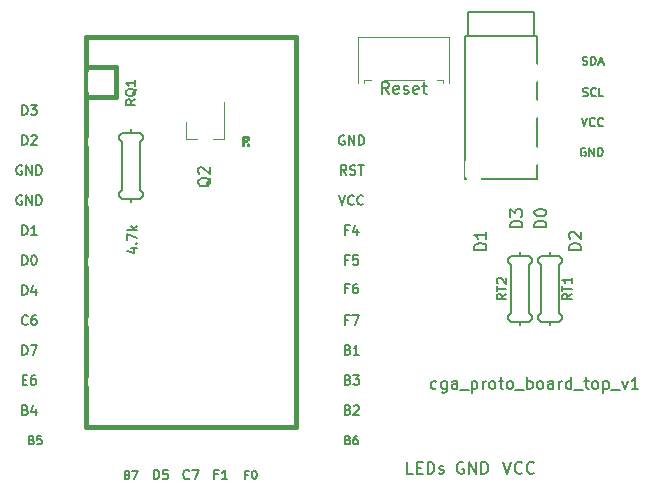
<source format=gto>
G04 #@! TF.GenerationSoftware,KiCad,Pcbnew,(5.1.9)-1*
G04 #@! TF.CreationDate,2021-05-27T00:57:22-06:00*
G04 #@! TF.ProjectId,cga_proto_boards_top,6367615f-7072-46f7-946f-5f626f617264,rev?*
G04 #@! TF.SameCoordinates,Original*
G04 #@! TF.FileFunction,Legend,Top*
G04 #@! TF.FilePolarity,Positive*
%FSLAX46Y46*%
G04 Gerber Fmt 4.6, Leading zero omitted, Abs format (unit mm)*
G04 Created by KiCad (PCBNEW (5.1.9)-1) date 2021-05-27 00:57:22*
%MOMM*%
%LPD*%
G01*
G04 APERTURE LIST*
%ADD10C,0.150000*%
%ADD11C,0.120000*%
%ADD12C,0.381000*%
%ADD13C,0.200000*%
%ADD14C,1.600000*%
%ADD15R,1.200000X1.500000*%
%ADD16C,1.200000*%
%ADD17C,2.100000*%
%ADD18C,1.750000*%
%ADD19O,1.600000X2.200000*%
%ADD20C,1.500000*%
%ADD21C,0.700000*%
%ADD22C,4.400000*%
%ADD23C,0.402000*%
%ADD24C,1.752600*%
%ADD25R,0.800000X1.900000*%
%ADD26R,1.752600X1.752600*%
%ADD27O,1.700000X1.700000*%
%ADD28C,1.700000*%
%ADD29R,1.700000X1.700000*%
G04 APERTURE END LIST*
D10*
X54682476Y-81557761D02*
X54587238Y-81605380D01*
X54396761Y-81605380D01*
X54301523Y-81557761D01*
X54253904Y-81510142D01*
X54206285Y-81414904D01*
X54206285Y-81129190D01*
X54253904Y-81033952D01*
X54301523Y-80986333D01*
X54396761Y-80938714D01*
X54587238Y-80938714D01*
X54682476Y-80986333D01*
X55539619Y-80938714D02*
X55539619Y-81748238D01*
X55492000Y-81843476D01*
X55444380Y-81891095D01*
X55349142Y-81938714D01*
X55206285Y-81938714D01*
X55111047Y-81891095D01*
X55539619Y-81557761D02*
X55444380Y-81605380D01*
X55253904Y-81605380D01*
X55158666Y-81557761D01*
X55111047Y-81510142D01*
X55063428Y-81414904D01*
X55063428Y-81129190D01*
X55111047Y-81033952D01*
X55158666Y-80986333D01*
X55253904Y-80938714D01*
X55444380Y-80938714D01*
X55539619Y-80986333D01*
X56444380Y-81605380D02*
X56444380Y-81081571D01*
X56396761Y-80986333D01*
X56301523Y-80938714D01*
X56111047Y-80938714D01*
X56015809Y-80986333D01*
X56444380Y-81557761D02*
X56349142Y-81605380D01*
X56111047Y-81605380D01*
X56015809Y-81557761D01*
X55968190Y-81462523D01*
X55968190Y-81367285D01*
X56015809Y-81272047D01*
X56111047Y-81224428D01*
X56349142Y-81224428D01*
X56444380Y-81176809D01*
X56682476Y-81700619D02*
X57444380Y-81700619D01*
X57682476Y-80938714D02*
X57682476Y-81938714D01*
X57682476Y-80986333D02*
X57777714Y-80938714D01*
X57968190Y-80938714D01*
X58063428Y-80986333D01*
X58111047Y-81033952D01*
X58158666Y-81129190D01*
X58158666Y-81414904D01*
X58111047Y-81510142D01*
X58063428Y-81557761D01*
X57968190Y-81605380D01*
X57777714Y-81605380D01*
X57682476Y-81557761D01*
X58587238Y-81605380D02*
X58587238Y-80938714D01*
X58587238Y-81129190D02*
X58634857Y-81033952D01*
X58682476Y-80986333D01*
X58777714Y-80938714D01*
X58872952Y-80938714D01*
X59349142Y-81605380D02*
X59253904Y-81557761D01*
X59206285Y-81510142D01*
X59158666Y-81414904D01*
X59158666Y-81129190D01*
X59206285Y-81033952D01*
X59253904Y-80986333D01*
X59349142Y-80938714D01*
X59492000Y-80938714D01*
X59587238Y-80986333D01*
X59634857Y-81033952D01*
X59682476Y-81129190D01*
X59682476Y-81414904D01*
X59634857Y-81510142D01*
X59587238Y-81557761D01*
X59492000Y-81605380D01*
X59349142Y-81605380D01*
X59968190Y-80938714D02*
X60349142Y-80938714D01*
X60111047Y-80605380D02*
X60111047Y-81462523D01*
X60158666Y-81557761D01*
X60253904Y-81605380D01*
X60349142Y-81605380D01*
X60825333Y-81605380D02*
X60730095Y-81557761D01*
X60682476Y-81510142D01*
X60634857Y-81414904D01*
X60634857Y-81129190D01*
X60682476Y-81033952D01*
X60730095Y-80986333D01*
X60825333Y-80938714D01*
X60968190Y-80938714D01*
X61063428Y-80986333D01*
X61111047Y-81033952D01*
X61158666Y-81129190D01*
X61158666Y-81414904D01*
X61111047Y-81510142D01*
X61063428Y-81557761D01*
X60968190Y-81605380D01*
X60825333Y-81605380D01*
X61349142Y-81700619D02*
X62111047Y-81700619D01*
X62349142Y-81605380D02*
X62349142Y-80605380D01*
X62349142Y-80986333D02*
X62444380Y-80938714D01*
X62634857Y-80938714D01*
X62730095Y-80986333D01*
X62777714Y-81033952D01*
X62825333Y-81129190D01*
X62825333Y-81414904D01*
X62777714Y-81510142D01*
X62730095Y-81557761D01*
X62634857Y-81605380D01*
X62444380Y-81605380D01*
X62349142Y-81557761D01*
X63396761Y-81605380D02*
X63301523Y-81557761D01*
X63253904Y-81510142D01*
X63206285Y-81414904D01*
X63206285Y-81129190D01*
X63253904Y-81033952D01*
X63301523Y-80986333D01*
X63396761Y-80938714D01*
X63539619Y-80938714D01*
X63634857Y-80986333D01*
X63682476Y-81033952D01*
X63730095Y-81129190D01*
X63730095Y-81414904D01*
X63682476Y-81510142D01*
X63634857Y-81557761D01*
X63539619Y-81605380D01*
X63396761Y-81605380D01*
X64587238Y-81605380D02*
X64587238Y-81081571D01*
X64539619Y-80986333D01*
X64444380Y-80938714D01*
X64253904Y-80938714D01*
X64158666Y-80986333D01*
X64587238Y-81557761D02*
X64492000Y-81605380D01*
X64253904Y-81605380D01*
X64158666Y-81557761D01*
X64111047Y-81462523D01*
X64111047Y-81367285D01*
X64158666Y-81272047D01*
X64253904Y-81224428D01*
X64492000Y-81224428D01*
X64587238Y-81176809D01*
X65063428Y-81605380D02*
X65063428Y-80938714D01*
X65063428Y-81129190D02*
X65111047Y-81033952D01*
X65158666Y-80986333D01*
X65253904Y-80938714D01*
X65349142Y-80938714D01*
X66111047Y-81605380D02*
X66111047Y-80605380D01*
X66111047Y-81557761D02*
X66015809Y-81605380D01*
X65825333Y-81605380D01*
X65730095Y-81557761D01*
X65682476Y-81510142D01*
X65634857Y-81414904D01*
X65634857Y-81129190D01*
X65682476Y-81033952D01*
X65730095Y-80986333D01*
X65825333Y-80938714D01*
X66015809Y-80938714D01*
X66111047Y-80986333D01*
X66349142Y-81700619D02*
X67111047Y-81700619D01*
X67206285Y-80938714D02*
X67587238Y-80938714D01*
X67349142Y-80605380D02*
X67349142Y-81462523D01*
X67396761Y-81557761D01*
X67492000Y-81605380D01*
X67587238Y-81605380D01*
X68063428Y-81605380D02*
X67968190Y-81557761D01*
X67920571Y-81510142D01*
X67872952Y-81414904D01*
X67872952Y-81129190D01*
X67920571Y-81033952D01*
X67968190Y-80986333D01*
X68063428Y-80938714D01*
X68206285Y-80938714D01*
X68301523Y-80986333D01*
X68349142Y-81033952D01*
X68396761Y-81129190D01*
X68396761Y-81414904D01*
X68349142Y-81510142D01*
X68301523Y-81557761D01*
X68206285Y-81605380D01*
X68063428Y-81605380D01*
X68825333Y-80938714D02*
X68825333Y-81938714D01*
X68825333Y-80986333D02*
X68920571Y-80938714D01*
X69111047Y-80938714D01*
X69206285Y-80986333D01*
X69253904Y-81033952D01*
X69301523Y-81129190D01*
X69301523Y-81414904D01*
X69253904Y-81510142D01*
X69206285Y-81557761D01*
X69111047Y-81605380D01*
X68920571Y-81605380D01*
X68825333Y-81557761D01*
X69492000Y-81700619D02*
X70253904Y-81700619D01*
X70396761Y-80938714D02*
X70634857Y-81605380D01*
X70872952Y-80938714D01*
X71777714Y-81605380D02*
X71206285Y-81605380D01*
X71492000Y-81605380D02*
X71492000Y-80605380D01*
X71396761Y-80748238D01*
X71301523Y-80843476D01*
X71206285Y-80891095D01*
X63984130Y-67921095D02*
X62984130Y-67921095D01*
X62984130Y-67683000D01*
X63031750Y-67540142D01*
X63126988Y-67444904D01*
X63222226Y-67397285D01*
X63412702Y-67349666D01*
X63555559Y-67349666D01*
X63746035Y-67397285D01*
X63841273Y-67444904D01*
X63936511Y-67540142D01*
X63984130Y-67683000D01*
X63984130Y-67921095D01*
X62984130Y-66730619D02*
X62984130Y-66635380D01*
X63031750Y-66540142D01*
X63079369Y-66492523D01*
X63174607Y-66444904D01*
X63365083Y-66397285D01*
X63603178Y-66397285D01*
X63793654Y-66444904D01*
X63888892Y-66492523D01*
X63936511Y-66540142D01*
X63984130Y-66635380D01*
X63984130Y-66730619D01*
X63936511Y-66825857D01*
X63888892Y-66873476D01*
X63793654Y-66921095D01*
X63603178Y-66968714D01*
X63365083Y-66968714D01*
X63174607Y-66921095D01*
X63079369Y-66873476D01*
X63031750Y-66825857D01*
X62984130Y-66730619D01*
X66905130Y-69826095D02*
X65905130Y-69826095D01*
X65905130Y-69588000D01*
X65952750Y-69445142D01*
X66047988Y-69349904D01*
X66143226Y-69302285D01*
X66333702Y-69254666D01*
X66476559Y-69254666D01*
X66667035Y-69302285D01*
X66762273Y-69349904D01*
X66857511Y-69445142D01*
X66905130Y-69588000D01*
X66905130Y-69826095D01*
X66000369Y-68873714D02*
X65952750Y-68826095D01*
X65905130Y-68730857D01*
X65905130Y-68492761D01*
X65952750Y-68397523D01*
X66000369Y-68349904D01*
X66095607Y-68302285D01*
X66190845Y-68302285D01*
X66333702Y-68349904D01*
X66905130Y-68921333D01*
X66905130Y-68302285D01*
X61952130Y-67921095D02*
X60952130Y-67921095D01*
X60952130Y-67683000D01*
X60999750Y-67540142D01*
X61094988Y-67444904D01*
X61190226Y-67397285D01*
X61380702Y-67349666D01*
X61523559Y-67349666D01*
X61714035Y-67397285D01*
X61809273Y-67444904D01*
X61904511Y-67540142D01*
X61952130Y-67683000D01*
X61952130Y-67921095D01*
X60952130Y-67016333D02*
X60952130Y-66397285D01*
X61333083Y-66730619D01*
X61333083Y-66587761D01*
X61380702Y-66492523D01*
X61428321Y-66444904D01*
X61523559Y-66397285D01*
X61761654Y-66397285D01*
X61856892Y-66444904D01*
X61904511Y-66492523D01*
X61952130Y-66587761D01*
X61952130Y-66873476D01*
X61904511Y-66968714D01*
X61856892Y-67016333D01*
X58904130Y-69826095D02*
X57904130Y-69826095D01*
X57904130Y-69588000D01*
X57951750Y-69445142D01*
X58046988Y-69349904D01*
X58142226Y-69302285D01*
X58332702Y-69254666D01*
X58475559Y-69254666D01*
X58666035Y-69302285D01*
X58761273Y-69349904D01*
X58856511Y-69445142D01*
X58904130Y-69588000D01*
X58904130Y-69826095D01*
X58904130Y-68302285D02*
X58904130Y-68873714D01*
X58904130Y-68588000D02*
X57904130Y-68588000D01*
X58046988Y-68683238D01*
X58142226Y-68778476D01*
X58189845Y-68873714D01*
X67063250Y-54131333D02*
X67163250Y-54164666D01*
X67329916Y-54164666D01*
X67396583Y-54131333D01*
X67429916Y-54098000D01*
X67463250Y-54031333D01*
X67463250Y-53964666D01*
X67429916Y-53898000D01*
X67396583Y-53864666D01*
X67329916Y-53831333D01*
X67196583Y-53798000D01*
X67129916Y-53764666D01*
X67096583Y-53731333D01*
X67063250Y-53664666D01*
X67063250Y-53598000D01*
X67096583Y-53531333D01*
X67129916Y-53498000D01*
X67196583Y-53464666D01*
X67363250Y-53464666D01*
X67463250Y-53498000D01*
X67763250Y-54164666D02*
X67763250Y-53464666D01*
X67929916Y-53464666D01*
X68029916Y-53498000D01*
X68096583Y-53564666D01*
X68129916Y-53631333D01*
X68163250Y-53764666D01*
X68163250Y-53864666D01*
X68129916Y-53998000D01*
X68096583Y-54064666D01*
X68029916Y-54131333D01*
X67929916Y-54164666D01*
X67763250Y-54164666D01*
X68429916Y-53964666D02*
X68763250Y-53964666D01*
X68363250Y-54164666D02*
X68596583Y-53464666D01*
X68829916Y-54164666D01*
X67079916Y-56798333D02*
X67179916Y-56831666D01*
X67346583Y-56831666D01*
X67413250Y-56798333D01*
X67446583Y-56765000D01*
X67479916Y-56698333D01*
X67479916Y-56631666D01*
X67446583Y-56565000D01*
X67413250Y-56531666D01*
X67346583Y-56498333D01*
X67213250Y-56465000D01*
X67146583Y-56431666D01*
X67113250Y-56398333D01*
X67079916Y-56331666D01*
X67079916Y-56265000D01*
X67113250Y-56198333D01*
X67146583Y-56165000D01*
X67213250Y-56131666D01*
X67379916Y-56131666D01*
X67479916Y-56165000D01*
X68179916Y-56765000D02*
X68146583Y-56798333D01*
X68046583Y-56831666D01*
X67979916Y-56831666D01*
X67879916Y-56798333D01*
X67813250Y-56731666D01*
X67779916Y-56665000D01*
X67746583Y-56531666D01*
X67746583Y-56431666D01*
X67779916Y-56298333D01*
X67813250Y-56231666D01*
X67879916Y-56165000D01*
X67979916Y-56131666D01*
X68046583Y-56131666D01*
X68146583Y-56165000D01*
X68179916Y-56198333D01*
X68813250Y-56831666D02*
X68479916Y-56831666D01*
X68479916Y-56131666D01*
X66979916Y-58671666D02*
X67213250Y-59371666D01*
X67446583Y-58671666D01*
X68079916Y-59305000D02*
X68046583Y-59338333D01*
X67946583Y-59371666D01*
X67879916Y-59371666D01*
X67779916Y-59338333D01*
X67713250Y-59271666D01*
X67679916Y-59205000D01*
X67646583Y-59071666D01*
X67646583Y-58971666D01*
X67679916Y-58838333D01*
X67713250Y-58771666D01*
X67779916Y-58705000D01*
X67879916Y-58671666D01*
X67946583Y-58671666D01*
X68046583Y-58705000D01*
X68079916Y-58738333D01*
X68779916Y-59305000D02*
X68746583Y-59338333D01*
X68646583Y-59371666D01*
X68579916Y-59371666D01*
X68479916Y-59338333D01*
X68413250Y-59271666D01*
X68379916Y-59205000D01*
X68346583Y-59071666D01*
X68346583Y-58971666D01*
X68379916Y-58838333D01*
X68413250Y-58771666D01*
X68479916Y-58705000D01*
X68579916Y-58671666D01*
X68646583Y-58671666D01*
X68746583Y-58705000D01*
X68779916Y-58738333D01*
X67284666Y-61213250D02*
X67218000Y-61179916D01*
X67118000Y-61179916D01*
X67018000Y-61213250D01*
X66951333Y-61279916D01*
X66918000Y-61346583D01*
X66884666Y-61479916D01*
X66884666Y-61579916D01*
X66918000Y-61713250D01*
X66951333Y-61779916D01*
X67018000Y-61846583D01*
X67118000Y-61879916D01*
X67184666Y-61879916D01*
X67284666Y-61846583D01*
X67318000Y-61813250D01*
X67318000Y-61579916D01*
X67184666Y-61579916D01*
X67618000Y-61879916D02*
X67618000Y-61179916D01*
X68018000Y-61879916D01*
X68018000Y-61179916D01*
X68351333Y-61879916D02*
X68351333Y-61179916D01*
X68518000Y-61179916D01*
X68618000Y-61213250D01*
X68684666Y-61279916D01*
X68718000Y-61346583D01*
X68751333Y-61479916D01*
X68751333Y-61579916D01*
X68718000Y-61713250D01*
X68684666Y-61779916D01*
X68618000Y-61846583D01*
X68518000Y-61879916D01*
X68351333Y-61879916D01*
G04 #@! TO.C,RT2*
X61722000Y-75946000D02*
X61722000Y-76454000D01*
X61722000Y-69850000D02*
X61722000Y-70358000D01*
X60960000Y-70358000D02*
X62484000Y-70358000D01*
X60706000Y-70612000D02*
X60960000Y-70358000D01*
X60706000Y-70866000D02*
X60706000Y-70612000D01*
X60960000Y-71120000D02*
X60706000Y-70866000D01*
X60960000Y-75184000D02*
X60960000Y-71120000D01*
X60706000Y-75438000D02*
X60960000Y-75184000D01*
X60706000Y-75692000D02*
X60706000Y-75438000D01*
X60960000Y-75946000D02*
X60706000Y-75692000D01*
X62484000Y-75946000D02*
X60960000Y-75946000D01*
X62738000Y-75692000D02*
X62484000Y-75946000D01*
X62738000Y-75438000D02*
X62738000Y-75692000D01*
X62484000Y-75184000D02*
X62738000Y-75438000D01*
X62484000Y-71120000D02*
X62484000Y-75184000D01*
X62738000Y-70866000D02*
X62484000Y-71120000D01*
X62738000Y-70612000D02*
X62738000Y-70866000D01*
X62484000Y-70358000D02*
X62738000Y-70612000D01*
G04 #@! TO.C,RT1*
X64293750Y-75946000D02*
X64293750Y-76454000D01*
X64293750Y-69850000D02*
X64293750Y-70358000D01*
X63531750Y-70358000D02*
X65055750Y-70358000D01*
X63277750Y-70612000D02*
X63531750Y-70358000D01*
X63277750Y-70866000D02*
X63277750Y-70612000D01*
X63531750Y-71120000D02*
X63277750Y-70866000D01*
X63531750Y-75184000D02*
X63531750Y-71120000D01*
X63277750Y-75438000D02*
X63531750Y-75184000D01*
X63277750Y-75692000D02*
X63277750Y-75438000D01*
X63531750Y-75946000D02*
X63277750Y-75692000D01*
X65055750Y-75946000D02*
X63531750Y-75946000D01*
X65309750Y-75692000D02*
X65055750Y-75946000D01*
X65309750Y-75438000D02*
X65309750Y-75692000D01*
X65055750Y-75184000D02*
X65309750Y-75438000D01*
X65055750Y-71120000D02*
X65055750Y-75184000D01*
X65309750Y-70866000D02*
X65055750Y-71120000D01*
X65309750Y-70612000D02*
X65309750Y-70866000D01*
X65055750Y-70358000D02*
X65309750Y-70612000D01*
G04 #@! TO.C,RQ1*
X28829000Y-65500250D02*
X28829000Y-66008250D01*
X28829000Y-59404250D02*
X28829000Y-59912250D01*
X28067000Y-59912250D02*
X29591000Y-59912250D01*
X27813000Y-60166250D02*
X28067000Y-59912250D01*
X27813000Y-60420250D02*
X27813000Y-60166250D01*
X28067000Y-60674250D02*
X27813000Y-60420250D01*
X28067000Y-64738250D02*
X28067000Y-60674250D01*
X27813000Y-64992250D02*
X28067000Y-64738250D01*
X27813000Y-65246250D02*
X27813000Y-64992250D01*
X28067000Y-65500250D02*
X27813000Y-65246250D01*
X29591000Y-65500250D02*
X28067000Y-65500250D01*
X29845000Y-65246250D02*
X29591000Y-65500250D01*
X29845000Y-64992250D02*
X29845000Y-65246250D01*
X29591000Y-64738250D02*
X29845000Y-64992250D01*
X29591000Y-60674250D02*
X29591000Y-64738250D01*
X29845000Y-60420250D02*
X29591000Y-60674250D01*
X29845000Y-60166250D02*
X29845000Y-60420250D01*
X29591000Y-59912250D02*
X29845000Y-60166250D01*
D11*
G04 #@! TO.C,Reset*
X48563000Y-55453000D02*
X48563000Y-55683000D01*
X48043000Y-51783000D02*
X55763000Y-51783000D01*
X55763000Y-51783000D02*
X55763000Y-55683000D01*
X48043000Y-51783000D02*
X48043000Y-55683000D01*
X55243000Y-55453000D02*
X55243000Y-55683000D01*
X54703000Y-55453000D02*
X55243000Y-55453000D01*
X48563000Y-55453000D02*
X49103000Y-55453000D01*
X50203000Y-55453000D02*
X53603000Y-55453000D01*
D10*
G04 #@! TO.C,T1*
X63234000Y-51689000D02*
X57134000Y-51689000D01*
X63234000Y-63789000D02*
X57134000Y-63789000D01*
X63234000Y-51689000D02*
X63234000Y-63789000D01*
X57134000Y-51689000D02*
X57134000Y-63789000D01*
X62984000Y-51689000D02*
X62984000Y-49689000D01*
X57384000Y-51689000D02*
X57384000Y-49689000D01*
X62984000Y-49689000D02*
X57384000Y-49689000D01*
D11*
G04 #@! TO.C,Q2*
X33503750Y-60450000D02*
X33503750Y-58990000D01*
X36663750Y-60450000D02*
X36663750Y-57290000D01*
X36663750Y-60450000D02*
X35733750Y-60450000D01*
X33503750Y-60450000D02*
X34433750Y-60450000D01*
D12*
G04 #@! TO.C,U1*
X27527250Y-54356000D02*
X24987250Y-54356000D01*
X24987250Y-51816000D02*
X24987250Y-54356000D01*
X42767250Y-51816000D02*
X24987250Y-51816000D01*
X42767250Y-54356000D02*
X42767250Y-51816000D01*
D10*
G36*
X38808818Y-60835360D02*
G01*
X38808818Y-61035360D01*
X38708818Y-61035360D01*
X38708818Y-60835360D01*
X38808818Y-60835360D01*
G37*
X38808818Y-60835360D02*
X38808818Y-61035360D01*
X38708818Y-61035360D01*
X38708818Y-60835360D01*
X38808818Y-60835360D01*
G36*
X38408818Y-60235360D02*
G01*
X38408818Y-61035360D01*
X38308818Y-61035360D01*
X38308818Y-60235360D01*
X38408818Y-60235360D01*
G37*
X38408818Y-60235360D02*
X38408818Y-61035360D01*
X38308818Y-61035360D01*
X38308818Y-60235360D01*
X38408818Y-60235360D01*
G36*
X38808818Y-60235360D02*
G01*
X38808818Y-60335360D01*
X38308818Y-60335360D01*
X38308818Y-60235360D01*
X38808818Y-60235360D01*
G37*
X38808818Y-60235360D02*
X38808818Y-60335360D01*
X38308818Y-60335360D01*
X38308818Y-60235360D01*
X38808818Y-60235360D01*
G36*
X38608818Y-60635360D02*
G01*
X38608818Y-60735360D01*
X38508818Y-60735360D01*
X38508818Y-60635360D01*
X38608818Y-60635360D01*
G37*
X38608818Y-60635360D02*
X38608818Y-60735360D01*
X38508818Y-60735360D01*
X38508818Y-60635360D01*
X38608818Y-60635360D01*
G36*
X38808818Y-60235360D02*
G01*
X38808818Y-60535360D01*
X38708818Y-60535360D01*
X38708818Y-60235360D01*
X38808818Y-60235360D01*
G37*
X38808818Y-60235360D02*
X38808818Y-60535360D01*
X38708818Y-60535360D01*
X38708818Y-60235360D01*
X38808818Y-60235360D01*
D12*
X27527250Y-56896000D02*
X24987250Y-56896000D01*
X27527250Y-54356000D02*
X27527250Y-56896000D01*
X42767250Y-84836000D02*
X42767250Y-54356000D01*
X24987250Y-84836000D02*
X42767250Y-84836000D01*
X24987250Y-54356000D02*
X24987250Y-84836000D01*
G04 #@! TO.C,RT2*
D10*
X60583904Y-73564695D02*
X60202952Y-73831361D01*
X60583904Y-74021838D02*
X59783904Y-74021838D01*
X59783904Y-73717076D01*
X59822000Y-73640885D01*
X59860095Y-73602790D01*
X59936285Y-73564695D01*
X60050571Y-73564695D01*
X60126761Y-73602790D01*
X60164857Y-73640885D01*
X60202952Y-73717076D01*
X60202952Y-74021838D01*
X59783904Y-73336123D02*
X59783904Y-72878980D01*
X60583904Y-73107552D02*
X59783904Y-73107552D01*
X59860095Y-72650409D02*
X59822000Y-72612314D01*
X59783904Y-72536123D01*
X59783904Y-72345647D01*
X59822000Y-72269457D01*
X59860095Y-72231361D01*
X59936285Y-72193266D01*
X60012476Y-72193266D01*
X60126761Y-72231361D01*
X60583904Y-72688504D01*
X60583904Y-72193266D01*
G04 #@! TO.C,RT1*
X66147904Y-73564695D02*
X65766952Y-73831361D01*
X66147904Y-74021838D02*
X65347904Y-74021838D01*
X65347904Y-73717076D01*
X65386000Y-73640885D01*
X65424095Y-73602790D01*
X65500285Y-73564695D01*
X65614571Y-73564695D01*
X65690761Y-73602790D01*
X65728857Y-73640885D01*
X65766952Y-73717076D01*
X65766952Y-74021838D01*
X65347904Y-73336123D02*
X65347904Y-72878980D01*
X66147904Y-73107552D02*
X65347904Y-73107552D01*
X66147904Y-72193266D02*
X66147904Y-72650409D01*
X66147904Y-72421838D02*
X65347904Y-72421838D01*
X65462190Y-72498028D01*
X65538380Y-72574219D01*
X65576476Y-72650409D01*
G04 #@! TO.C,RQ1*
X29190904Y-57067380D02*
X28809952Y-57334047D01*
X29190904Y-57524523D02*
X28390904Y-57524523D01*
X28390904Y-57219761D01*
X28429000Y-57143571D01*
X28467095Y-57105476D01*
X28543285Y-57067380D01*
X28657571Y-57067380D01*
X28733761Y-57105476D01*
X28771857Y-57143571D01*
X28809952Y-57219761D01*
X28809952Y-57524523D01*
X29267095Y-56191190D02*
X29229000Y-56267380D01*
X29152809Y-56343571D01*
X29038523Y-56457857D01*
X29000428Y-56534047D01*
X29000428Y-56610238D01*
X29190904Y-56572142D02*
X29152809Y-56648333D01*
X29076619Y-56724523D01*
X28924238Y-56762619D01*
X28657571Y-56762619D01*
X28505190Y-56724523D01*
X28429000Y-56648333D01*
X28390904Y-56572142D01*
X28390904Y-56419761D01*
X28429000Y-56343571D01*
X28505190Y-56267380D01*
X28657571Y-56229285D01*
X28924238Y-56229285D01*
X29076619Y-56267380D01*
X29152809Y-56343571D01*
X29190904Y-56419761D01*
X29190904Y-56572142D01*
X29190904Y-55467380D02*
X29190904Y-55924523D01*
X29190904Y-55695952D02*
X28390904Y-55695952D01*
X28505190Y-55772142D01*
X28581380Y-55848333D01*
X28619476Y-55924523D01*
G04 #@! TO.C,Reset*
X50664904Y-56615380D02*
X50331571Y-56139190D01*
X50093476Y-56615380D02*
X50093476Y-55615380D01*
X50474428Y-55615380D01*
X50569666Y-55663000D01*
X50617285Y-55710619D01*
X50664904Y-55805857D01*
X50664904Y-55948714D01*
X50617285Y-56043952D01*
X50569666Y-56091571D01*
X50474428Y-56139190D01*
X50093476Y-56139190D01*
X51474428Y-56567761D02*
X51379190Y-56615380D01*
X51188714Y-56615380D01*
X51093476Y-56567761D01*
X51045857Y-56472523D01*
X51045857Y-56091571D01*
X51093476Y-55996333D01*
X51188714Y-55948714D01*
X51379190Y-55948714D01*
X51474428Y-55996333D01*
X51522047Y-56091571D01*
X51522047Y-56186809D01*
X51045857Y-56282047D01*
X51903000Y-56567761D02*
X51998238Y-56615380D01*
X52188714Y-56615380D01*
X52283952Y-56567761D01*
X52331571Y-56472523D01*
X52331571Y-56424904D01*
X52283952Y-56329666D01*
X52188714Y-56282047D01*
X52045857Y-56282047D01*
X51950619Y-56234428D01*
X51903000Y-56139190D01*
X51903000Y-56091571D01*
X51950619Y-55996333D01*
X52045857Y-55948714D01*
X52188714Y-55948714D01*
X52283952Y-55996333D01*
X53141095Y-56567761D02*
X53045857Y-56615380D01*
X52855380Y-56615380D01*
X52760142Y-56567761D01*
X52712523Y-56472523D01*
X52712523Y-56091571D01*
X52760142Y-55996333D01*
X52855380Y-55948714D01*
X53045857Y-55948714D01*
X53141095Y-55996333D01*
X53188714Y-56091571D01*
X53188714Y-56186809D01*
X52712523Y-56282047D01*
X53474428Y-55948714D02*
X53855380Y-55948714D01*
X53617285Y-55615380D02*
X53617285Y-56472523D01*
X53664904Y-56567761D01*
X53760142Y-56615380D01*
X53855380Y-56615380D01*
G04 #@! TO.C,*
X28784571Y-69703857D02*
X29317904Y-69703857D01*
X28479809Y-69894333D02*
X29051238Y-70084809D01*
X29051238Y-69589571D01*
X29241714Y-69284809D02*
X29279809Y-69246714D01*
X29317904Y-69284809D01*
X29279809Y-69322904D01*
X29241714Y-69284809D01*
X29317904Y-69284809D01*
X28517904Y-68980047D02*
X28517904Y-68446714D01*
X29317904Y-68789571D01*
X29317904Y-68141952D02*
X28517904Y-68141952D01*
X29013142Y-68065761D02*
X29317904Y-67837190D01*
X28784571Y-67837190D02*
X29089333Y-68141952D01*
G04 #@! TO.C,H3*
D13*
X60356916Y-87780880D02*
X60690250Y-88780880D01*
X61023583Y-87780880D01*
X61928345Y-88685642D02*
X61880726Y-88733261D01*
X61737869Y-88780880D01*
X61642630Y-88780880D01*
X61499773Y-88733261D01*
X61404535Y-88638023D01*
X61356916Y-88542785D01*
X61309297Y-88352309D01*
X61309297Y-88209452D01*
X61356916Y-88018976D01*
X61404535Y-87923738D01*
X61499773Y-87828500D01*
X61642630Y-87780880D01*
X61737869Y-87780880D01*
X61880726Y-87828500D01*
X61928345Y-87876119D01*
X62928345Y-88685642D02*
X62880726Y-88733261D01*
X62737869Y-88780880D01*
X62642630Y-88780880D01*
X62499773Y-88733261D01*
X62404535Y-88638023D01*
X62356916Y-88542785D01*
X62309297Y-88352309D01*
X62309297Y-88209452D01*
X62356916Y-88018976D01*
X62404535Y-87923738D01*
X62499773Y-87828500D01*
X62642630Y-87780880D01*
X62737869Y-87780880D01*
X62880726Y-87828500D01*
X62928345Y-87876119D01*
G04 #@! TO.C,H2*
X56959595Y-87828500D02*
X56864357Y-87780880D01*
X56721500Y-87780880D01*
X56578642Y-87828500D01*
X56483404Y-87923738D01*
X56435785Y-88018976D01*
X56388166Y-88209452D01*
X56388166Y-88352309D01*
X56435785Y-88542785D01*
X56483404Y-88638023D01*
X56578642Y-88733261D01*
X56721500Y-88780880D01*
X56816738Y-88780880D01*
X56959595Y-88733261D01*
X57007214Y-88685642D01*
X57007214Y-88352309D01*
X56816738Y-88352309D01*
X57435785Y-88780880D02*
X57435785Y-87780880D01*
X58007214Y-88780880D01*
X58007214Y-87780880D01*
X58483404Y-88780880D02*
X58483404Y-87780880D01*
X58721500Y-87780880D01*
X58864357Y-87828500D01*
X58959595Y-87923738D01*
X59007214Y-88018976D01*
X59054833Y-88209452D01*
X59054833Y-88352309D01*
X59007214Y-88542785D01*
X58959595Y-88638023D01*
X58864357Y-88733261D01*
X58721500Y-88780880D01*
X58483404Y-88780880D01*
G04 #@! TO.C,H1*
X52705130Y-88780880D02*
X52228940Y-88780880D01*
X52228940Y-87780880D01*
X53038464Y-88257071D02*
X53371797Y-88257071D01*
X53514654Y-88780880D02*
X53038464Y-88780880D01*
X53038464Y-87780880D01*
X53514654Y-87780880D01*
X53943226Y-88780880D02*
X53943226Y-87780880D01*
X54181321Y-87780880D01*
X54324178Y-87828500D01*
X54419416Y-87923738D01*
X54467035Y-88018976D01*
X54514654Y-88209452D01*
X54514654Y-88352309D01*
X54467035Y-88542785D01*
X54419416Y-88638023D01*
X54324178Y-88733261D01*
X54181321Y-88780880D01*
X53943226Y-88780880D01*
X54895607Y-88733261D02*
X54990845Y-88780880D01*
X55181321Y-88780880D01*
X55276559Y-88733261D01*
X55324178Y-88638023D01*
X55324178Y-88590404D01*
X55276559Y-88495166D01*
X55181321Y-88447547D01*
X55038464Y-88447547D01*
X54943226Y-88399928D01*
X54895607Y-88304690D01*
X54895607Y-88257071D01*
X54943226Y-88161833D01*
X55038464Y-88114214D01*
X55181321Y-88114214D01*
X55276559Y-88161833D01*
G04 #@! TO.C,Q2*
D10*
X35599619Y-63722238D02*
X35552000Y-63817476D01*
X35456761Y-63912714D01*
X35313904Y-64055571D01*
X35266285Y-64150809D01*
X35266285Y-64246047D01*
X35504380Y-64198428D02*
X35456761Y-64293666D01*
X35361523Y-64388904D01*
X35171047Y-64436523D01*
X34837714Y-64436523D01*
X34647238Y-64388904D01*
X34552000Y-64293666D01*
X34504380Y-64198428D01*
X34504380Y-64007952D01*
X34552000Y-63912714D01*
X34647238Y-63817476D01*
X34837714Y-63769857D01*
X35171047Y-63769857D01*
X35361523Y-63817476D01*
X35456761Y-63912714D01*
X35504380Y-64007952D01*
X35504380Y-64198428D01*
X34599619Y-63388904D02*
X34552000Y-63341285D01*
X34504380Y-63246047D01*
X34504380Y-63007952D01*
X34552000Y-62912714D01*
X34599619Y-62865095D01*
X34694857Y-62817476D01*
X34790095Y-62817476D01*
X34932952Y-62865095D01*
X35504380Y-63436523D01*
X35504380Y-62817476D01*
G04 #@! TO.C,U1*
X30746773Y-89261904D02*
X30746773Y-88461904D01*
X30937250Y-88461904D01*
X31051535Y-88500000D01*
X31127726Y-88576190D01*
X31165821Y-88652380D01*
X31203916Y-88804761D01*
X31203916Y-88919047D01*
X31165821Y-89071428D01*
X31127726Y-89147619D01*
X31051535Y-89223809D01*
X30937250Y-89261904D01*
X30746773Y-89261904D01*
X31927726Y-88461904D02*
X31546773Y-88461904D01*
X31508678Y-88842857D01*
X31546773Y-88804761D01*
X31622964Y-88766666D01*
X31813440Y-88766666D01*
X31889630Y-88804761D01*
X31927726Y-88842857D01*
X31965821Y-88919047D01*
X31965821Y-89109523D01*
X31927726Y-89185714D01*
X31889630Y-89223809D01*
X31813440Y-89261904D01*
X31622964Y-89261904D01*
X31546773Y-89223809D01*
X31508678Y-89185714D01*
X36150583Y-88842857D02*
X35883916Y-88842857D01*
X35883916Y-89261904D02*
X35883916Y-88461904D01*
X36264869Y-88461904D01*
X36988678Y-89261904D02*
X36531535Y-89261904D01*
X36760107Y-89261904D02*
X36760107Y-88461904D01*
X36683916Y-88576190D01*
X36607726Y-88652380D01*
X36531535Y-88690476D01*
X33743916Y-89185714D02*
X33705821Y-89223809D01*
X33591535Y-89261904D01*
X33515345Y-89261904D01*
X33401059Y-89223809D01*
X33324869Y-89147619D01*
X33286773Y-89071428D01*
X33248678Y-88919047D01*
X33248678Y-88804761D01*
X33286773Y-88652380D01*
X33324869Y-88576190D01*
X33401059Y-88500000D01*
X33515345Y-88461904D01*
X33591535Y-88461904D01*
X33705821Y-88500000D01*
X33743916Y-88538095D01*
X34010583Y-88461904D02*
X34543916Y-88461904D01*
X34201059Y-89261904D01*
X47214666Y-85929000D02*
X47314666Y-85962333D01*
X47348000Y-85995666D01*
X47381333Y-86062333D01*
X47381333Y-86162333D01*
X47348000Y-86229000D01*
X47314666Y-86262333D01*
X47248000Y-86295666D01*
X46981333Y-86295666D01*
X46981333Y-85595666D01*
X47214666Y-85595666D01*
X47281333Y-85629000D01*
X47314666Y-85662333D01*
X47348000Y-85729000D01*
X47348000Y-85795666D01*
X47314666Y-85862333D01*
X47281333Y-85895666D01*
X47214666Y-85929000D01*
X46981333Y-85929000D01*
X47981333Y-85595666D02*
X47848000Y-85595666D01*
X47781333Y-85629000D01*
X47748000Y-85662333D01*
X47681333Y-85762333D01*
X47648000Y-85895666D01*
X47648000Y-86162333D01*
X47681333Y-86229000D01*
X47714666Y-86262333D01*
X47781333Y-86295666D01*
X47914666Y-86295666D01*
X47981333Y-86262333D01*
X48014666Y-86229000D01*
X48048000Y-86162333D01*
X48048000Y-85995666D01*
X48014666Y-85929000D01*
X47981333Y-85895666D01*
X47914666Y-85862333D01*
X47781333Y-85862333D01*
X47714666Y-85895666D01*
X47681333Y-85929000D01*
X47648000Y-85995666D01*
X38723916Y-88850000D02*
X38490583Y-88850000D01*
X38490583Y-89216666D02*
X38490583Y-88516666D01*
X38823916Y-88516666D01*
X39223916Y-88516666D02*
X39290583Y-88516666D01*
X39357250Y-88550000D01*
X39390583Y-88583333D01*
X39423916Y-88650000D01*
X39457250Y-88783333D01*
X39457250Y-88950000D01*
X39423916Y-89083333D01*
X39390583Y-89150000D01*
X39357250Y-89183333D01*
X39290583Y-89216666D01*
X39223916Y-89216666D01*
X39157250Y-89183333D01*
X39123916Y-89150000D01*
X39090583Y-89083333D01*
X39057250Y-88950000D01*
X39057250Y-88783333D01*
X39090583Y-88650000D01*
X39123916Y-88583333D01*
X39157250Y-88550000D01*
X39223916Y-88516666D01*
X28513916Y-88850000D02*
X28613916Y-88883333D01*
X28647250Y-88916666D01*
X28680583Y-88983333D01*
X28680583Y-89083333D01*
X28647250Y-89150000D01*
X28613916Y-89183333D01*
X28547250Y-89216666D01*
X28280583Y-89216666D01*
X28280583Y-88516666D01*
X28513916Y-88516666D01*
X28580583Y-88550000D01*
X28613916Y-88583333D01*
X28647250Y-88650000D01*
X28647250Y-88716666D01*
X28613916Y-88783333D01*
X28580583Y-88816666D01*
X28513916Y-88850000D01*
X28280583Y-88850000D01*
X28913916Y-88516666D02*
X29380583Y-88516666D01*
X29080583Y-89216666D01*
X19602523Y-58400904D02*
X19602523Y-57600904D01*
X19793000Y-57600904D01*
X19907285Y-57639000D01*
X19983476Y-57715190D01*
X20021571Y-57791380D01*
X20059666Y-57943761D01*
X20059666Y-58058047D01*
X20021571Y-58210428D01*
X19983476Y-58286619D01*
X19907285Y-58362809D01*
X19793000Y-58400904D01*
X19602523Y-58400904D01*
X20326333Y-57600904D02*
X20821571Y-57600904D01*
X20554904Y-57905666D01*
X20669190Y-57905666D01*
X20745380Y-57943761D01*
X20783476Y-57981857D01*
X20821571Y-58058047D01*
X20821571Y-58248523D01*
X20783476Y-58324714D01*
X20745380Y-58362809D01*
X20669190Y-58400904D01*
X20440619Y-58400904D01*
X20364428Y-58362809D01*
X20326333Y-58324714D01*
X19602523Y-60940904D02*
X19602523Y-60140904D01*
X19793000Y-60140904D01*
X19907285Y-60179000D01*
X19983476Y-60255190D01*
X20021571Y-60331380D01*
X20059666Y-60483761D01*
X20059666Y-60598047D01*
X20021571Y-60750428D01*
X19983476Y-60826619D01*
X19907285Y-60902809D01*
X19793000Y-60940904D01*
X19602523Y-60940904D01*
X20364428Y-60217095D02*
X20402523Y-60179000D01*
X20478714Y-60140904D01*
X20669190Y-60140904D01*
X20745380Y-60179000D01*
X20783476Y-60217095D01*
X20821571Y-60293285D01*
X20821571Y-60369476D01*
X20783476Y-60483761D01*
X20326333Y-60940904D01*
X20821571Y-60940904D01*
X19602523Y-71100904D02*
X19602523Y-70300904D01*
X19793000Y-70300904D01*
X19907285Y-70339000D01*
X19983476Y-70415190D01*
X20021571Y-70491380D01*
X20059666Y-70643761D01*
X20059666Y-70758047D01*
X20021571Y-70910428D01*
X19983476Y-70986619D01*
X19907285Y-71062809D01*
X19793000Y-71100904D01*
X19602523Y-71100904D01*
X20554904Y-70300904D02*
X20631095Y-70300904D01*
X20707285Y-70339000D01*
X20745380Y-70377095D01*
X20783476Y-70453285D01*
X20821571Y-70605666D01*
X20821571Y-70796142D01*
X20783476Y-70948523D01*
X20745380Y-71024714D01*
X20707285Y-71062809D01*
X20631095Y-71100904D01*
X20554904Y-71100904D01*
X20478714Y-71062809D01*
X20440619Y-71024714D01*
X20402523Y-70948523D01*
X20364428Y-70796142D01*
X20364428Y-70605666D01*
X20402523Y-70453285D01*
X20440619Y-70377095D01*
X20478714Y-70339000D01*
X20554904Y-70300904D01*
X19602523Y-68560904D02*
X19602523Y-67760904D01*
X19793000Y-67760904D01*
X19907285Y-67799000D01*
X19983476Y-67875190D01*
X20021571Y-67951380D01*
X20059666Y-68103761D01*
X20059666Y-68218047D01*
X20021571Y-68370428D01*
X19983476Y-68446619D01*
X19907285Y-68522809D01*
X19793000Y-68560904D01*
X19602523Y-68560904D01*
X20821571Y-68560904D02*
X20364428Y-68560904D01*
X20593000Y-68560904D02*
X20593000Y-67760904D01*
X20516809Y-67875190D01*
X20440619Y-67951380D01*
X20364428Y-67989476D01*
X19583476Y-65259000D02*
X19507285Y-65220904D01*
X19393000Y-65220904D01*
X19278714Y-65259000D01*
X19202523Y-65335190D01*
X19164428Y-65411380D01*
X19126333Y-65563761D01*
X19126333Y-65678047D01*
X19164428Y-65830428D01*
X19202523Y-65906619D01*
X19278714Y-65982809D01*
X19393000Y-66020904D01*
X19469190Y-66020904D01*
X19583476Y-65982809D01*
X19621571Y-65944714D01*
X19621571Y-65678047D01*
X19469190Y-65678047D01*
X19964428Y-66020904D02*
X19964428Y-65220904D01*
X20421571Y-66020904D01*
X20421571Y-65220904D01*
X20802523Y-66020904D02*
X20802523Y-65220904D01*
X20993000Y-65220904D01*
X21107285Y-65259000D01*
X21183476Y-65335190D01*
X21221571Y-65411380D01*
X21259666Y-65563761D01*
X21259666Y-65678047D01*
X21221571Y-65830428D01*
X21183476Y-65906619D01*
X21107285Y-65982809D01*
X20993000Y-66020904D01*
X20802523Y-66020904D01*
X19583476Y-62719000D02*
X19507285Y-62680904D01*
X19393000Y-62680904D01*
X19278714Y-62719000D01*
X19202523Y-62795190D01*
X19164428Y-62871380D01*
X19126333Y-63023761D01*
X19126333Y-63138047D01*
X19164428Y-63290428D01*
X19202523Y-63366619D01*
X19278714Y-63442809D01*
X19393000Y-63480904D01*
X19469190Y-63480904D01*
X19583476Y-63442809D01*
X19621571Y-63404714D01*
X19621571Y-63138047D01*
X19469190Y-63138047D01*
X19964428Y-63480904D02*
X19964428Y-62680904D01*
X20421571Y-63480904D01*
X20421571Y-62680904D01*
X20802523Y-63480904D02*
X20802523Y-62680904D01*
X20993000Y-62680904D01*
X21107285Y-62719000D01*
X21183476Y-62795190D01*
X21221571Y-62871380D01*
X21259666Y-63023761D01*
X21259666Y-63138047D01*
X21221571Y-63290428D01*
X21183476Y-63366619D01*
X21107285Y-63442809D01*
X20993000Y-63480904D01*
X20802523Y-63480904D01*
X19602523Y-73640904D02*
X19602523Y-72840904D01*
X19793000Y-72840904D01*
X19907285Y-72879000D01*
X19983476Y-72955190D01*
X20021571Y-73031380D01*
X20059666Y-73183761D01*
X20059666Y-73298047D01*
X20021571Y-73450428D01*
X19983476Y-73526619D01*
X19907285Y-73602809D01*
X19793000Y-73640904D01*
X19602523Y-73640904D01*
X20745380Y-73107571D02*
X20745380Y-73640904D01*
X20554904Y-72802809D02*
X20364428Y-73374238D01*
X20859666Y-73374238D01*
X20059666Y-76104714D02*
X20021571Y-76142809D01*
X19907285Y-76180904D01*
X19831095Y-76180904D01*
X19716809Y-76142809D01*
X19640619Y-76066619D01*
X19602523Y-75990428D01*
X19564428Y-75838047D01*
X19564428Y-75723761D01*
X19602523Y-75571380D01*
X19640619Y-75495190D01*
X19716809Y-75419000D01*
X19831095Y-75380904D01*
X19907285Y-75380904D01*
X20021571Y-75419000D01*
X20059666Y-75457095D01*
X20745380Y-75380904D02*
X20593000Y-75380904D01*
X20516809Y-75419000D01*
X20478714Y-75457095D01*
X20402523Y-75571380D01*
X20364428Y-75723761D01*
X20364428Y-76028523D01*
X20402523Y-76104714D01*
X20440619Y-76142809D01*
X20516809Y-76180904D01*
X20669190Y-76180904D01*
X20745380Y-76142809D01*
X20783476Y-76104714D01*
X20821571Y-76028523D01*
X20821571Y-75838047D01*
X20783476Y-75761857D01*
X20745380Y-75723761D01*
X20669190Y-75685666D01*
X20516809Y-75685666D01*
X20440619Y-75723761D01*
X20402523Y-75761857D01*
X20364428Y-75838047D01*
X19602523Y-78720904D02*
X19602523Y-77920904D01*
X19793000Y-77920904D01*
X19907285Y-77959000D01*
X19983476Y-78035190D01*
X20021571Y-78111380D01*
X20059666Y-78263761D01*
X20059666Y-78378047D01*
X20021571Y-78530428D01*
X19983476Y-78606619D01*
X19907285Y-78682809D01*
X19793000Y-78720904D01*
X19602523Y-78720904D01*
X20326333Y-77920904D02*
X20859666Y-77920904D01*
X20516809Y-78720904D01*
X19640619Y-80841857D02*
X19907285Y-80841857D01*
X20021571Y-81260904D02*
X19640619Y-81260904D01*
X19640619Y-80460904D01*
X20021571Y-80460904D01*
X20707285Y-80460904D02*
X20554904Y-80460904D01*
X20478714Y-80499000D01*
X20440619Y-80537095D01*
X20364428Y-80651380D01*
X20326333Y-80803761D01*
X20326333Y-81108523D01*
X20364428Y-81184714D01*
X20402523Y-81222809D01*
X20478714Y-81260904D01*
X20631095Y-81260904D01*
X20707285Y-81222809D01*
X20745380Y-81184714D01*
X20783476Y-81108523D01*
X20783476Y-80918047D01*
X20745380Y-80841857D01*
X20707285Y-80803761D01*
X20631095Y-80765666D01*
X20478714Y-80765666D01*
X20402523Y-80803761D01*
X20364428Y-80841857D01*
X20326333Y-80918047D01*
X19869190Y-83381857D02*
X19983476Y-83419952D01*
X20021571Y-83458047D01*
X20059666Y-83534238D01*
X20059666Y-83648523D01*
X20021571Y-83724714D01*
X19983476Y-83762809D01*
X19907285Y-83800904D01*
X19602523Y-83800904D01*
X19602523Y-83000904D01*
X19869190Y-83000904D01*
X19945380Y-83039000D01*
X19983476Y-83077095D01*
X20021571Y-83153285D01*
X20021571Y-83229476D01*
X19983476Y-83305666D01*
X19945380Y-83343761D01*
X19869190Y-83381857D01*
X19602523Y-83381857D01*
X20745380Y-83267571D02*
X20745380Y-83800904D01*
X20554904Y-82962809D02*
X20364428Y-83534238D01*
X20859666Y-83534238D01*
X20417666Y-85929000D02*
X20517666Y-85962333D01*
X20551000Y-85995666D01*
X20584333Y-86062333D01*
X20584333Y-86162333D01*
X20551000Y-86229000D01*
X20517666Y-86262333D01*
X20451000Y-86295666D01*
X20184333Y-86295666D01*
X20184333Y-85595666D01*
X20417666Y-85595666D01*
X20484333Y-85629000D01*
X20517666Y-85662333D01*
X20551000Y-85729000D01*
X20551000Y-85795666D01*
X20517666Y-85862333D01*
X20484333Y-85895666D01*
X20417666Y-85929000D01*
X20184333Y-85929000D01*
X21217666Y-85595666D02*
X20884333Y-85595666D01*
X20851000Y-85929000D01*
X20884333Y-85895666D01*
X20951000Y-85862333D01*
X21117666Y-85862333D01*
X21184333Y-85895666D01*
X21217666Y-85929000D01*
X21251000Y-85995666D01*
X21251000Y-86162333D01*
X21217666Y-86229000D01*
X21184333Y-86262333D01*
X21117666Y-86295666D01*
X20951000Y-86295666D01*
X20884333Y-86262333D01*
X20851000Y-86229000D01*
X47174190Y-80841857D02*
X47288476Y-80879952D01*
X47326571Y-80918047D01*
X47364666Y-80994238D01*
X47364666Y-81108523D01*
X47326571Y-81184714D01*
X47288476Y-81222809D01*
X47212285Y-81260904D01*
X46907523Y-81260904D01*
X46907523Y-80460904D01*
X47174190Y-80460904D01*
X47250380Y-80499000D01*
X47288476Y-80537095D01*
X47326571Y-80613285D01*
X47326571Y-80689476D01*
X47288476Y-80765666D01*
X47250380Y-80803761D01*
X47174190Y-80841857D01*
X46907523Y-80841857D01*
X47631333Y-80460904D02*
X48126571Y-80460904D01*
X47859904Y-80765666D01*
X47974190Y-80765666D01*
X48050380Y-80803761D01*
X48088476Y-80841857D01*
X48126571Y-80918047D01*
X48126571Y-81108523D01*
X48088476Y-81184714D01*
X48050380Y-81222809D01*
X47974190Y-81260904D01*
X47745619Y-81260904D01*
X47669428Y-81222809D01*
X47631333Y-81184714D01*
X47174190Y-78301857D02*
X47288476Y-78339952D01*
X47326571Y-78378047D01*
X47364666Y-78454238D01*
X47364666Y-78568523D01*
X47326571Y-78644714D01*
X47288476Y-78682809D01*
X47212285Y-78720904D01*
X46907523Y-78720904D01*
X46907523Y-77920904D01*
X47174190Y-77920904D01*
X47250380Y-77959000D01*
X47288476Y-77997095D01*
X47326571Y-78073285D01*
X47326571Y-78149476D01*
X47288476Y-78225666D01*
X47250380Y-78263761D01*
X47174190Y-78301857D01*
X46907523Y-78301857D01*
X48126571Y-78720904D02*
X47669428Y-78720904D01*
X47898000Y-78720904D02*
X47898000Y-77920904D01*
X47821809Y-78035190D01*
X47745619Y-78111380D01*
X47669428Y-78149476D01*
X47231333Y-68141857D02*
X46964666Y-68141857D01*
X46964666Y-68560904D02*
X46964666Y-67760904D01*
X47345619Y-67760904D01*
X47993238Y-68027571D02*
X47993238Y-68560904D01*
X47802761Y-67722809D02*
X47612285Y-68294238D01*
X48107523Y-68294238D01*
X46431333Y-65220904D02*
X46698000Y-66020904D01*
X46964666Y-65220904D01*
X47688476Y-65944714D02*
X47650380Y-65982809D01*
X47536095Y-66020904D01*
X47459904Y-66020904D01*
X47345619Y-65982809D01*
X47269428Y-65906619D01*
X47231333Y-65830428D01*
X47193238Y-65678047D01*
X47193238Y-65563761D01*
X47231333Y-65411380D01*
X47269428Y-65335190D01*
X47345619Y-65259000D01*
X47459904Y-65220904D01*
X47536095Y-65220904D01*
X47650380Y-65259000D01*
X47688476Y-65297095D01*
X48488476Y-65944714D02*
X48450380Y-65982809D01*
X48336095Y-66020904D01*
X48259904Y-66020904D01*
X48145619Y-65982809D01*
X48069428Y-65906619D01*
X48031333Y-65830428D01*
X47993238Y-65678047D01*
X47993238Y-65563761D01*
X48031333Y-65411380D01*
X48069428Y-65335190D01*
X48145619Y-65259000D01*
X48259904Y-65220904D01*
X48336095Y-65220904D01*
X48450380Y-65259000D01*
X48488476Y-65297095D01*
X47059904Y-63480904D02*
X46793238Y-63099952D01*
X46602761Y-63480904D02*
X46602761Y-62680904D01*
X46907523Y-62680904D01*
X46983714Y-62719000D01*
X47021809Y-62757095D01*
X47059904Y-62833285D01*
X47059904Y-62947571D01*
X47021809Y-63023761D01*
X46983714Y-63061857D01*
X46907523Y-63099952D01*
X46602761Y-63099952D01*
X47364666Y-63442809D02*
X47478952Y-63480904D01*
X47669428Y-63480904D01*
X47745619Y-63442809D01*
X47783714Y-63404714D01*
X47821809Y-63328523D01*
X47821809Y-63252333D01*
X47783714Y-63176142D01*
X47745619Y-63138047D01*
X47669428Y-63099952D01*
X47517047Y-63061857D01*
X47440857Y-63023761D01*
X47402761Y-62985666D01*
X47364666Y-62909476D01*
X47364666Y-62833285D01*
X47402761Y-62757095D01*
X47440857Y-62719000D01*
X47517047Y-62680904D01*
X47707523Y-62680904D01*
X47821809Y-62719000D01*
X48050380Y-62680904D02*
X48507523Y-62680904D01*
X48278952Y-63480904D02*
X48278952Y-62680904D01*
X46888476Y-60179000D02*
X46812285Y-60140904D01*
X46698000Y-60140904D01*
X46583714Y-60179000D01*
X46507523Y-60255190D01*
X46469428Y-60331380D01*
X46431333Y-60483761D01*
X46431333Y-60598047D01*
X46469428Y-60750428D01*
X46507523Y-60826619D01*
X46583714Y-60902809D01*
X46698000Y-60940904D01*
X46774190Y-60940904D01*
X46888476Y-60902809D01*
X46926571Y-60864714D01*
X46926571Y-60598047D01*
X46774190Y-60598047D01*
X47269428Y-60940904D02*
X47269428Y-60140904D01*
X47726571Y-60940904D01*
X47726571Y-60140904D01*
X48107523Y-60940904D02*
X48107523Y-60140904D01*
X48298000Y-60140904D01*
X48412285Y-60179000D01*
X48488476Y-60255190D01*
X48526571Y-60331380D01*
X48564666Y-60483761D01*
X48564666Y-60598047D01*
X48526571Y-60750428D01*
X48488476Y-60826619D01*
X48412285Y-60902809D01*
X48298000Y-60940904D01*
X48107523Y-60940904D01*
X47231333Y-70681857D02*
X46964666Y-70681857D01*
X46964666Y-71100904D02*
X46964666Y-70300904D01*
X47345619Y-70300904D01*
X48031333Y-70300904D02*
X47650380Y-70300904D01*
X47612285Y-70681857D01*
X47650380Y-70643761D01*
X47726571Y-70605666D01*
X47917047Y-70605666D01*
X47993238Y-70643761D01*
X48031333Y-70681857D01*
X48069428Y-70758047D01*
X48069428Y-70948523D01*
X48031333Y-71024714D01*
X47993238Y-71062809D01*
X47917047Y-71100904D01*
X47726571Y-71100904D01*
X47650380Y-71062809D01*
X47612285Y-71024714D01*
X47231333Y-73094857D02*
X46964666Y-73094857D01*
X46964666Y-73513904D02*
X46964666Y-72713904D01*
X47345619Y-72713904D01*
X47993238Y-72713904D02*
X47840857Y-72713904D01*
X47764666Y-72752000D01*
X47726571Y-72790095D01*
X47650380Y-72904380D01*
X47612285Y-73056761D01*
X47612285Y-73361523D01*
X47650380Y-73437714D01*
X47688476Y-73475809D01*
X47764666Y-73513904D01*
X47917047Y-73513904D01*
X47993238Y-73475809D01*
X48031333Y-73437714D01*
X48069428Y-73361523D01*
X48069428Y-73171047D01*
X48031333Y-73094857D01*
X47993238Y-73056761D01*
X47917047Y-73018666D01*
X47764666Y-73018666D01*
X47688476Y-73056761D01*
X47650380Y-73094857D01*
X47612285Y-73171047D01*
X47231333Y-75761857D02*
X46964666Y-75761857D01*
X46964666Y-76180904D02*
X46964666Y-75380904D01*
X47345619Y-75380904D01*
X47574190Y-75380904D02*
X48107523Y-75380904D01*
X47764666Y-76180904D01*
X47174190Y-83381857D02*
X47288476Y-83419952D01*
X47326571Y-83458047D01*
X47364666Y-83534238D01*
X47364666Y-83648523D01*
X47326571Y-83724714D01*
X47288476Y-83762809D01*
X47212285Y-83800904D01*
X46907523Y-83800904D01*
X46907523Y-83000904D01*
X47174190Y-83000904D01*
X47250380Y-83039000D01*
X47288476Y-83077095D01*
X47326571Y-83153285D01*
X47326571Y-83229476D01*
X47288476Y-83305666D01*
X47250380Y-83343761D01*
X47174190Y-83381857D01*
X46907523Y-83381857D01*
X47669428Y-83077095D02*
X47707523Y-83039000D01*
X47783714Y-83000904D01*
X47974190Y-83000904D01*
X48050380Y-83039000D01*
X48088476Y-83077095D01*
X48126571Y-83153285D01*
X48126571Y-83229476D01*
X48088476Y-83343761D01*
X47631333Y-83800904D01*
X48126571Y-83800904D01*
G04 #@! TD*
%LPC*%
D14*
G04 #@! TO.C,RT2*
X61722000Y-77052000D03*
X61722000Y-69252000D03*
D15*
X61722000Y-71802000D03*
X61722000Y-74502000D03*
G04 #@! TD*
D14*
G04 #@! TO.C,RT1*
X64293750Y-77052000D03*
X64293750Y-69252000D03*
D15*
X64293750Y-71802000D03*
X64293750Y-74502000D03*
G04 #@! TD*
D14*
G04 #@! TO.C,RQ1*
X28829000Y-66606250D03*
X28829000Y-58806250D03*
D15*
X28829000Y-61356250D03*
X28829000Y-64056250D03*
G04 #@! TD*
D16*
G04 #@! TO.C,Reset*
X51903000Y-53273000D03*
D17*
X48403000Y-56973000D03*
D18*
X49403000Y-54483000D03*
X54403000Y-54483000D03*
D17*
X55413000Y-56973000D03*
G04 #@! TD*
D19*
G04 #@! TO.C,T1*
X62484000Y-57889000D03*
D20*
X60184000Y-53289000D03*
X60184000Y-60289000D03*
D19*
X62484000Y-54889000D03*
X62484000Y-61889000D03*
X57884000Y-62989000D03*
X67084000Y-62989000D03*
D20*
X64784000Y-53289000D03*
X64784000Y-60289000D03*
G04 #@! TD*
D21*
G04 #@! TO.C,Screw4*
X18629226Y-53602024D03*
X17462500Y-53118750D03*
X16295774Y-53602024D03*
X15812500Y-54768750D03*
X16295774Y-55935476D03*
X17462500Y-56418750D03*
X18629226Y-55935476D03*
X19112500Y-54768750D03*
D22*
X17462500Y-54768750D03*
G04 #@! TD*
G04 #@! TO.C,Screw1*
X17462500Y-86518750D03*
D21*
X19112500Y-86518750D03*
X18629226Y-87685476D03*
X17462500Y-88168750D03*
X16295774Y-87685476D03*
X15812500Y-86518750D03*
X16295774Y-85352024D03*
X17462500Y-84868750D03*
X18629226Y-85352024D03*
G04 #@! TD*
G04 #@! TO.C,Screw2*
X75779226Y-85352024D03*
X74612500Y-84868750D03*
X73445774Y-85352024D03*
X72962500Y-86518750D03*
X73445774Y-87685476D03*
X74612500Y-88168750D03*
X75779226Y-87685476D03*
X76262500Y-86518750D03*
D22*
X74612500Y-86518750D03*
G04 #@! TD*
G04 #@! TO.C,Screw3*
X74612500Y-65881250D03*
D21*
X76262500Y-65881250D03*
X75779226Y-67047976D03*
X74612500Y-67531250D03*
X73445774Y-67047976D03*
X72962500Y-65881250D03*
X73445774Y-64714524D03*
X74612500Y-64231250D03*
X75779226Y-64714524D03*
G04 #@! TD*
G04 #@! TO.C,J2*
G36*
G01*
X66023000Y-67933000D02*
X66023000Y-66433000D01*
G75*
G02*
X66024000Y-66432000I1000J0D01*
G01*
X66724000Y-66432000D01*
G75*
G02*
X66725000Y-66433000I0J-1000D01*
G01*
X66725000Y-67933000D01*
G75*
G02*
X66724000Y-67934000I-1000J0D01*
G01*
X66024000Y-67934000D01*
G75*
G02*
X66023000Y-67933000I0J1000D01*
G01*
G37*
G36*
G01*
X65123000Y-67933000D02*
X65123000Y-66433000D01*
G75*
G02*
X65124000Y-66432000I1000J0D01*
G01*
X65824000Y-66432000D01*
G75*
G02*
X65825000Y-66433000I0J-1000D01*
G01*
X65825000Y-67933000D01*
G75*
G02*
X65824000Y-67934000I-1000J0D01*
G01*
X65124000Y-67934000D01*
G75*
G02*
X65123000Y-67933000I0J1000D01*
G01*
G37*
G36*
G01*
X64223000Y-67933000D02*
X64223000Y-66433000D01*
G75*
G02*
X64224000Y-66432000I1000J0D01*
G01*
X64924000Y-66432000D01*
G75*
G02*
X64925000Y-66433000I0J-1000D01*
G01*
X64925000Y-67933000D01*
G75*
G02*
X64924000Y-67934000I-1000J0D01*
G01*
X64224000Y-67934000D01*
G75*
G02*
X64223000Y-67933000I0J1000D01*
G01*
G37*
D23*
X66374000Y-67183000D03*
X65474000Y-67183000D03*
X64574000Y-67183000D03*
G04 #@! TD*
G04 #@! TO.C,J1*
G36*
G01*
X59985000Y-67933000D02*
X59985000Y-66433000D01*
G75*
G02*
X59986000Y-66432000I1000J0D01*
G01*
X60686000Y-66432000D01*
G75*
G02*
X60687000Y-66433000I0J-1000D01*
G01*
X60687000Y-67933000D01*
G75*
G02*
X60686000Y-67934000I-1000J0D01*
G01*
X59986000Y-67934000D01*
G75*
G02*
X59985000Y-67933000I0J1000D01*
G01*
G37*
G36*
G01*
X59085000Y-67933000D02*
X59085000Y-66433000D01*
G75*
G02*
X59086000Y-66432000I1000J0D01*
G01*
X59786000Y-66432000D01*
G75*
G02*
X59787000Y-66433000I0J-1000D01*
G01*
X59787000Y-67933000D01*
G75*
G02*
X59786000Y-67934000I-1000J0D01*
G01*
X59086000Y-67934000D01*
G75*
G02*
X59085000Y-67933000I0J1000D01*
G01*
G37*
G36*
G01*
X58185000Y-67933000D02*
X58185000Y-66433000D01*
G75*
G02*
X58186000Y-66432000I1000J0D01*
G01*
X58886000Y-66432000D01*
G75*
G02*
X58887000Y-66433000I0J-1000D01*
G01*
X58887000Y-67933000D01*
G75*
G02*
X58886000Y-67934000I-1000J0D01*
G01*
X58186000Y-67934000D01*
G75*
G02*
X58185000Y-67933000I0J1000D01*
G01*
G37*
X60336000Y-67183000D03*
X59436000Y-67183000D03*
X58536000Y-67183000D03*
G04 #@! TD*
D24*
G04 #@! TO.C,H3*
X61690250Y-86550500D03*
G04 #@! TD*
G04 #@! TO.C,H2*
X57721500Y-86550500D03*
G04 #@! TD*
G04 #@! TO.C,H1*
X53752750Y-86550500D03*
G04 #@! TD*
D25*
G04 #@! TO.C,Q2*
X35083750Y-61190000D03*
X34133750Y-58190000D03*
X36033750Y-58190000D03*
G04 #@! TD*
D24*
G04 #@! TO.C,U1*
X28797250Y-83794600D03*
X31337250Y-83337400D03*
X33877250Y-83794600D03*
X36417250Y-83337400D03*
X38957250Y-83794600D03*
X41725850Y-55626000D03*
X26485850Y-83566000D03*
X41268650Y-58166000D03*
X41725850Y-60706000D03*
X41268650Y-63246000D03*
X41725850Y-65786000D03*
X41268650Y-68326000D03*
X41725850Y-70866000D03*
X41268650Y-73406000D03*
X41725850Y-75946000D03*
X41268650Y-78486000D03*
X41725850Y-81026000D03*
X41268650Y-83566000D03*
X26028650Y-81026000D03*
X26485850Y-78486000D03*
X26028650Y-75946000D03*
X26485850Y-73406000D03*
X26028650Y-70866000D03*
X26485850Y-68326000D03*
X26028650Y-65786000D03*
X26485850Y-63246000D03*
X26028650Y-60706000D03*
X26485850Y-58166000D03*
D26*
X26028650Y-55626000D03*
G04 #@! TD*
D27*
G04 #@! TO.C,O2*
X73914000Y-61595000D03*
X73914000Y-59055000D03*
X73914000Y-56515000D03*
D28*
X73914000Y-53975000D03*
G04 #@! TD*
D27*
G04 #@! TO.C,O1*
X70104000Y-53975000D03*
X70104000Y-56515000D03*
X70104000Y-59055000D03*
D28*
X70104000Y-61595000D03*
G04 #@! TD*
D27*
G04 #@! TO.C,Cs2*
X44824650Y-78309000D03*
X45281850Y-85929000D03*
D28*
X44824650Y-73229000D03*
D27*
X44824650Y-83389000D03*
X45281850Y-75769000D03*
X45281850Y-80849000D03*
X45281850Y-70739000D03*
X44824650Y-68199000D03*
X45281850Y-65659000D03*
X44824650Y-63119000D03*
X45281850Y-60579000D03*
D29*
X44824650Y-58039000D03*
G04 #@! TD*
D27*
G04 #@! TO.C,Cs1*
X22472650Y-78309000D03*
X22929850Y-85929000D03*
D28*
X22472650Y-73229000D03*
D27*
X22472650Y-83389000D03*
X22929850Y-75769000D03*
X22929850Y-80849000D03*
X22929850Y-70739000D03*
X22472650Y-68199000D03*
X22929850Y-65659000D03*
X22472650Y-63119000D03*
X22929850Y-60579000D03*
D29*
X22472650Y-58039000D03*
G04 #@! TD*
D27*
G04 #@! TO.C,Cb1*
X38893750Y-87350600D03*
X36353750Y-86893400D03*
X33813750Y-87350600D03*
X31273750Y-86893400D03*
D28*
X28733750Y-87350600D03*
G04 #@! TD*
M02*

</source>
